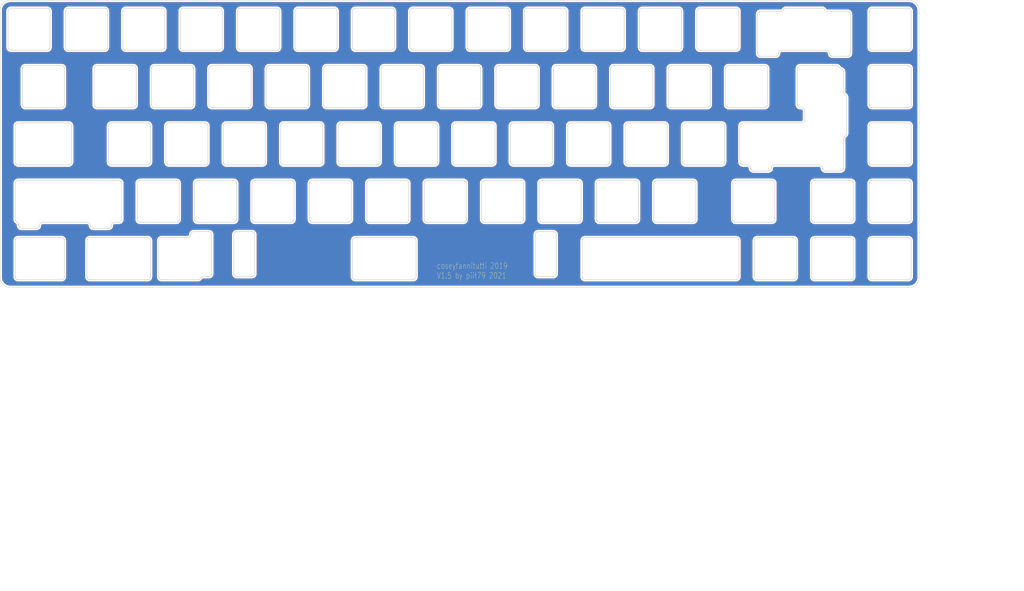
<source format=kicad_pcb>
(kicad_pcb (version 20171130) (host pcbnew 5.1.10-88a1d61d58~90~ubuntu21.04.1)
  (layers (0 F.Cu signal) (31 B.Cu signal) (34 B.Paste user) (35 F.Paste user) (36 B.SilkS user) (37 F.SilkS user) (38 B.Mask user) (39 F.Mask user) (44 Edge.Cuts user))
  (net 0 "")
  (module logos:DISCIPLINE_SMALL_MASK (layer F.Cu) (at 211.326856 167.72361)
    (fp_text reference G*** hide)
    (fp_text value LOGO hide)
  )
  (module logos:DISCIPLINE_SMALL_COPPER (layer F.Cu) (at 211.326856 167.72361)
    (fp_text reference G*** hide)
    (fp_text value LOGO hide)
    (fp_line (start -11.13 3.52) (end 11.17 3.52) (layer F.Cu) (width 0.4))
    (fp_line (start -11.11 -3.16) (end 11.17 -3.16) (layer F.Cu) (width 0.4))
    (fp_poly (pts (xy 9.581616 -0.978842) (xy 9.717315 -0.976285) (xy 9.807623 -0.970596) (xy 9.862489 -0.960603) (xy 9.891863 -0.94514) (xy 9.905695 -0.923036) (xy 9.907152 -0.918738) (xy 9.913565 -0.839691) (xy 9.905859 -0.804471) (xy 9.888554 -0.781744) (xy 9.850086 -0.766375) (xy 9.779706 -0.757013) (xy 9.666666 -0.752308) (xy 9.500218 -0.75091) (xy 9.479472 -0.7509) (xy 9.073642 -0.7509) (xy 9.083029 -0.448907) (xy 9.092416 -0.146915) (xy 9.44338 -0.137649) (xy 9.794344 -0.128382) (xy 9.794344 0.065296) (xy 9.076092 0.065296) (xy 9.076092 0.781597) (xy 9.908612 0.799871) (xy 9.908612 0.995758) (xy 9.40173 1.004712) (xy 9.186275 1.006737) (xy 9.029645 1.003849) (xy 8.925529 0.99569) (xy 8.867616 0.981901) (xy 8.854879 0.973697) (xy 8.842512 0.929372) (xy 8.832239 0.830095) (xy 8.824066 0.686174) (xy 8.817996 0.507914) (xy 8.814034 0.305624) (xy 8.812183 0.089608) (xy 8.812449 -0.129824) (xy 8.814835 -0.342368) (xy 8.819346 -0.537715) (xy 8.825986 -0.705559) (xy 8.834758 -0.835594) (xy 8.845669 -0.917511) (xy 8.854087 -0.940257) (xy 8.900342 -0.957645) (xy 9.001236 -0.969801) (xy 9.160226 -0.976979) (xy 9.380768 -0.979431) (xy 9.390576 -0.979434) (xy 9.581616 -0.978842)) (layer F.Cu) (width 0.01))
    (fp_poly (pts (xy 7.566613 0.006058) (xy 7.557969 0.995758) (xy 7.443702 1.005373) (xy 7.350145 1.000356) (xy 7.278021 0.975128) (xy 7.274703 0.972726) (xy 7.245041 0.933922) (xy 7.188741 0.845573) (xy 7.110404 0.715468) (xy 7.014636 0.551398) (xy 6.906039 0.361152) (xy 6.789218 0.152522) (xy 6.7774 0.131199) (xy 6.334829 -0.668064) (xy 6.32609 0.163847) (xy 6.317352 0.995758) (xy 6.210765 1.006025) (xy 6.104178 1.016291) (xy 6.112821 0.02659) (xy 6.121465 -0.963111) (xy 6.272883 -0.972912) (xy 6.373673 -0.973471) (xy 6.43605 -0.952931) (xy 6.485094 -0.903638) (xy 6.517243 -0.853649) (xy 6.575379 -0.755062) (xy 6.65447 -0.61674) (xy 6.749488 -0.447544) (xy 6.855403 -0.256338) (xy 6.937661 -0.106211) (xy 7.329434 0.612141) (xy 7.362082 -0.963111) (xy 7.468669 -0.973377) (xy 7.575257 -0.983643) (xy 7.566613 0.006058)) (layer F.Cu) (width 0.01))
    (fp_poly (pts (xy 4.725771 -0.973243) (xy 4.8482 -0.963111) (xy 4.8482 0.995758) (xy 4.603342 1.016024) (xy 4.603342 -0.983376) (xy 4.725771 -0.973243)) (layer F.Cu) (width 0.01))
    (fp_poly (pts (xy 2.701607 -0.973243) (xy 2.824036 -0.963111) (xy 2.841422 0.781419) (xy 3.574936 0.799871) (xy 3.574936 0.995758) (xy 3.099658 1.004757) (xy 2.929652 1.006472) (xy 2.783352 1.005105) (xy 2.672944 1.000989) (xy 2.610614 0.994458) (xy 2.601779 0.991154) (xy 2.596094 0.953995) (xy 2.590932 0.859784) (xy 2.586482 0.716764) (xy 2.582929 0.533177) (xy 2.58046 0.317268) (xy 2.579262 0.077278) (xy 2.579177 -0.007412) (xy 2.579177 -0.983376) (xy 2.701607 -0.973243)) (layer F.Cu) (width 0.01))
    (fp_poly (pts (xy 0.696194 -0.973499) (xy 0.866337 -0.965195) (xy 0.986884 -0.953685) (xy 1.073537 -0.936089) (xy 1.141995 -0.909526) (xy 1.189147 -0.883035) (xy 1.315736 -0.783024) (xy 1.393747 -0.662765) (xy 1.43052 -0.507639) (xy 1.435845 -0.391774) (xy 1.412135 -0.180233) (xy 1.34099 -0.011816) (xy 1.221016 0.114784) (xy 1.050816 0.20087) (xy 0.828997 0.24775) (xy 0.744919 0.254799) (xy 0.489717 0.269572) (xy 0.489717 1.012082) (xy 0.380891 1.012082) (xy 0.300221 1.006109) (xy 0.251774 0.991602) (xy 0.2503 0.990317) (xy 0.244718 0.953288) (xy 0.239665 0.859376) (xy 0.235333 0.716993) (xy 0.231912 0.53455) (xy 0.229593 0.320458) (xy 0.228568 0.08313) (xy 0.228535 0.031204) (xy 0.228972 -0.246801) (xy 0.230516 -0.466489) (xy 0.233518 -0.634831) (xy 0.23802 -0.7509) (xy 0.489717 -0.7509) (xy 0.489717 -0.364567) (xy 0.491458 -0.211842) (xy 0.496194 -0.083762) (xy 0.503197 0.005997) (xy 0.511482 0.04353) (xy 0.563482 0.060476) (xy 0.656919 0.064083) (xy 0.769454 0.055013) (xy 0.878745 0.033927) (xy 0.883915 0.032515) (xy 1.022847 -0.031675) (xy 1.114225 -0.136615) (xy 1.162048 -0.287567) (xy 1.168436 -0.341833) (xy 1.174012 -0.448649) (xy 1.16217 -0.518176) (xy 1.123541 -0.57792) (xy 1.068302 -0.635914) (xy 1.003923 -0.696254) (xy 0.947648 -0.730673) (xy 0.877614 -0.74642) (xy 0.77196 -0.750744) (xy 0.721517 -0.7509) (xy 0.489717 -0.7509) (xy 0.23802 -0.7509) (xy 0.238327 -0.758802) (xy 0.245293 -0.845374) (xy 0.254767 -0.90152) (xy 0.267099 -0.934214) (xy 0.277634 -0.946892) (xy 0.325762 -0.96596) (xy 0.417989 -0.97594) (xy 0.562015 -0.977323) (xy 0.696194 -0.973499)) (layer F.Cu) (width 0.01))
    (fp_poly (pts (xy -1.012082 1.012082) (xy -1.127374 1.012082) (xy -1.208261 1.001531) (xy -1.255869 0.975653) (xy -1.258479 0.970875) (xy -1.262235 0.928741) (xy -1.26508 0.829912) (xy -1.266951 0.682984) (xy -1.267787 0.496551) (xy -1.267525 0.279208) (xy -1.266104 0.039551) (xy -1.265616 -0.016721) (xy -1.256941 -0.963111) (xy -1.134512 -0.973243) (xy -1.012082 -0.983376) (xy -1.012082 1.012082)) (layer F.Cu) (width 0.01))
    (fp_poly (pts (xy -7.035604 0.995758) (xy -7.141934 1.006006) (xy -7.227934 1.000945) (xy -7.264877 0.97296) (xy -7.268838 0.930275) (xy -7.271869 0.83092) (xy -7.273899 0.683514) (xy -7.27486 0.496677) (xy -7.274683 0.279028) (xy -7.273297 0.039188) (xy -7.272814 -0.016721) (xy -7.264139 -0.963111) (xy -7.035604 -0.963111) (xy -7.035604 0.995758)) (layer F.Cu) (width 0.01))
    (fp_poly (pts (xy -9.322664 -0.970679) (xy -9.109555 -0.946576) (xy -8.932961 -0.897753) (xy -8.780029 -0.821753) (xy -8.772876 -0.81726) (xy -8.621263 -0.683675) (xy -8.507411 -0.50406) (xy -8.434476 -0.287757) (xy -8.405616 -0.044109) (xy -8.423725 0.215892) (xy -8.486044 0.463957) (xy -8.587508 0.662261) (xy -8.731456 0.815649) (xy -8.912854 0.925204) (xy -9.00403 0.954005) (xy -9.132097 0.97803) (xy -9.283239 0.996591) (xy -9.443637 1.009002) (xy -9.599474 1.014575) (xy -9.736933 1.012624) (xy -9.842197 1.002461) (xy -9.901447 0.9834) (xy -9.908674 0.974721) (xy -9.912809 0.93157) (xy -9.915997 0.83177) (xy -9.918161 0.683961) (xy -9.919228 0.496782) (xy -9.919121 0.278876) (xy -9.917767 0.038882) (xy -9.917287 -0.016721) (xy -9.910558 -0.7509) (xy -9.663753 -0.7509) (xy -9.663753 0.783548) (xy -9.409489 0.783548) (xy -9.252281 0.778136) (xy -9.134821 0.758853) (xy -9.032229 0.721131) (xy -9.009553 0.71009) (xy -8.871663 0.612381) (xy -8.774593 0.475727) (xy -8.714968 0.293654) (xy -8.691304 0.100125) (xy -8.692485 -0.131293) (xy -8.727721 -0.317332) (xy -8.800121 -0.47011) (xy -8.856584 -0.543981) (xy -8.963265 -0.644387) (xy -9.082484 -0.708175) (xy -9.231187 -0.741592) (xy -9.417846 -0.7509) (xy -9.663753 -0.7509) (xy -9.910558 -0.7509) (xy -9.908612 -0.963111) (xy -9.58514 -0.972517) (xy -9.322664 -0.970679)) (layer F.Cu) (width 0.01))
    (fp_poly (pts (xy -2.75907 -0.998251) (xy -2.546212 -0.944091) (xy -2.487494 -0.917332) (xy -2.382969 -0.849866) (xy -2.3307 -0.773594) (xy -2.317995 -0.684861) (xy -2.332967 -0.621517) (xy -2.380727 -0.607698) (xy -2.465535 -0.643179) (xy -2.515691 -0.674352) (xy -2.653866 -0.743052) (xy -2.814515 -0.773407) (xy -2.83515 -0.774866) (xy -3.024394 -0.762024) (xy -3.177873 -0.695663) (xy -3.301069 -0.572645) (xy -3.360807 -0.474099) (xy -3.399391 -0.391795) (xy -3.423966 -0.313904) (xy -3.437579 -0.22194) (xy -3.443275 -0.097417) (xy -3.444182 0.031942) (xy -3.442139 0.196048) (xy -3.434383 0.312486) (xy -3.418199 0.398811) (xy -3.390871 0.472583) (xy -3.369408 0.515484) (xy -3.258923 0.659099) (xy -3.112656 0.756152) (xy -2.942851 0.804317) (xy -2.761753 0.801269) (xy -2.581607 0.744681) (xy -2.479638 0.684467) (xy -2.40802 0.640452) (xy -2.356076 0.620424) (xy -2.353765 0.620309) (xy -2.322967 0.646076) (xy -2.31754 0.708876) (xy -2.334435 0.786956) (xy -2.3706 0.858566) (xy -2.390334 0.881046) (xy -2.511009 0.957044) (xy -2.674206 1.009749) (xy -2.860251 1.035749) (xy -3.049474 1.031637) (xy -3.155144 1.013586) (xy -3.342655 0.93697) (xy -3.498585 0.80768) (xy -3.619612 0.631907) (xy -3.702417 0.41584) (xy -3.743678 0.165668) (xy -3.742697 -0.08162) (xy -3.701092 -0.334122) (xy -3.619979 -0.556142) (xy -3.504215 -0.737132) (xy -3.391372 -0.844231) (xy -3.199511 -0.946877) (xy -2.98279 -0.998698) (xy -2.75907 -0.998251)) (layer F.Cu) (width 0.01))
    (fp_poly (pts (xy -5.108836 -0.98406) (xy -4.985765 -0.949914) (xy -4.893276 -0.905656) (xy -4.85105 -0.860819) (xy -4.833184 -0.776447) (xy -4.839967 -0.702615) (xy -4.859696 -0.672265) (xy -4.903355 -0.675294) (xy -4.98004 -0.70331) (xy -5.013514 -0.719309) (xy -5.171443 -0.775959) (xy -5.320527 -0.786646) (xy -5.449859 -0.755236) (xy -5.548533 -0.685593) (xy -5.605642 -0.581581) (xy -5.615424 -0.506041) (xy -5.592035 -0.393213) (xy -5.518163 -0.294052) (xy -5.388252 -0.202751) (xy -5.268836 -0.143856) (xy -5.041622 -0.027912) (xy -4.878304 0.09056) (xy -4.794936 0.185639) (xy -4.752737 0.293622) (xy -4.735031 0.434557) (xy -4.74251 0.58059) (xy -4.775867 0.703868) (xy -4.781732 0.715984) (xy -4.891106 0.859559) (xy -5.044699 0.96418) (xy -5.231712 1.026055) (xy -5.441345 1.041393) (xy -5.631748 1.01441) (xy -5.748337 0.975885) (xy -5.850485 0.924383) (xy -5.914283 0.872141) (xy -5.916917 0.868442) (xy -5.938226 0.802963) (xy -5.937604 0.726847) (xy -5.916 0.674149) (xy -5.911406 0.67061) (xy -5.866741 0.673325) (xy -5.788343 0.701725) (xy -5.744648 0.722785) (xy -5.570477 0.789877) (xy -5.402828 0.811846) (xy -5.251685 0.791976) (xy -5.127031 0.733551) (xy -5.038849 0.639854) (xy -4.997123 0.514168) (xy -4.995116 0.47626) (xy -5.016603 0.38705) (xy -5.084587 0.29788) (xy -5.204351 0.203834) (xy -5.381178 0.099996) (xy -5.423139 0.077991) (xy -5.607077 -0.025783) (xy -5.73618 -0.122753) (xy -5.818655 -0.223115) (xy -5.862711 -0.337066) (xy -5.876557 -0.474801) (xy -5.876607 -0.48528) (xy -5.850933 -0.672411) (xy -5.774278 -0.818874) (xy -5.647195 -0.924103) (xy -5.470236 -0.987529) (xy -5.373978 -1.002333) (xy -5.244302 -1.003174) (xy -5.108836 -0.98406)) (layer F.Cu) (width 0.01))
    (fp_arc (start 11.16 0.18) (end 11.16 3.52) (angle -180) (layer F.Cu) (width 0.4))
    (fp_arc (start -11.14 0.18) (end -11.14 -3.16) (angle -180) (layer F.Cu) (width 0.4))
  )
  (gr_arc (start 297.9293 164.9984) (end 298.9293 164.9984) (angle -90) (layer Edge.Cuts) (width 0.2))
  (gr_arc (start 297.9293 176.9984) (end 297.9293 177.9984) (angle -90) (layer Edge.Cuts) (width 0.2))
  (gr_line (start 298.9293 164.9984) (end 298.9293 176.9984) (layer Edge.Cuts) (width 0.2))
  (gr_line (start 246.8293 164.9984) (end 246.8293 176.9984) (layer Edge.Cuts) (width 0.2))
  (gr_arc (start 247.8293 176.9984) (end 246.8293 176.9984) (angle -90) (layer Edge.Cuts) (width 0.2))
  (gr_line (start 247.8293 163.9984) (end 297.9293 163.9984) (layer Edge.Cuts) (width 0.2))
  (gr_line (start 247.8293 177.9984) (end 297.9293 177.9984) (layer Edge.Cuts) (width 0.2))
  (gr_arc (start 119.3343 176.9984) (end 119.3343 177.9984) (angle -60) (layer Edge.Cuts) (width 0.2))
  (gr_line (start 123.97805 175.9984) (end 123.97805 162.9984) (layer Edge.Cuts) (width 0.2))
  (gr_arc (start 122.97805 175.9984) (end 122.97805 176.9984) (angle -90) (layer Edge.Cuts) (width 0.2))
  (gr_arc (start 107.3343 176.9984) (end 106.3343 176.9984) (angle -90) (layer Edge.Cuts) (width 0.2))
  (gr_arc (start 117.97805 162.9984) (end 117.97805 161.9984) (angle -90) (layer Edge.Cuts) (width 0.2))
  (gr_arc (start 102.66555 176.9984) (end 102.66555 177.9984) (angle -90) (layer Edge.Cuts) (width 0.2))
  (gr_arc (start 102.66555 164.9984) (end 103.66555 164.9984) (angle -90) (layer Edge.Cuts) (width 0.2))
  (gr_line (start 103.66555 164.9984) (end 103.66555 176.9984) (layer Edge.Cuts) (width 0.2))
  (gr_arc (start 83.5218 164.9984) (end 83.5218 163.9984) (angle -90) (layer Edge.Cuts) (width 0.2))
  (gr_arc (start 83.5218 176.9984) (end 82.5218 176.9984) (angle -90) (layer Edge.Cuts) (width 0.2))
  (gr_arc (start 122.97805 162.9984) (end 123.97805 162.9984) (angle -90) (layer Edge.Cuts) (width 0.2))
  (gr_line (start 106.3343 164.9984) (end 106.3343 176.9984) (layer Edge.Cuts) (width 0.2))
  (gr_line (start 107.3343 177.9984) (end 119.3343 177.9984) (layer Edge.Cuts) (width 0.2))
  (gr_line (start 83.5218 177.9984) (end 102.66555 177.9984) (layer Edge.Cuts) (width 0.2))
  (gr_line (start 83.5218 163.9984) (end 102.66555 163.9984) (layer Edge.Cuts) (width 0.2))
  (gr_line (start 107.3343 163.9984) (end 115.97805 163.9984) (layer Edge.Cuts) (width 0.2))
  (gr_line (start 116.978049 162.9984) (end 116.978049 162.9984) (layer Edge.Cuts) (width 0.2))
  (gr_arc (start 115.97805 162.9984) (end 115.97805 163.9984) (angle -90) (layer Edge.Cuts) (width 0.2))
  (gr_arc (start 107.3343 164.9984) (end 107.3343 163.9984) (angle -90) (layer Edge.Cuts) (width 0.2))
  (gr_line (start 122.97805 161.9984) (end 117.97805 161.9984) (layer Edge.Cuts) (width 0.2))
  (gr_arc (start 121.06635 177.9984) (end 121.06635 176.9984) (angle -60) (layer Edge.Cuts) (width 0.2))
  (gr_line (start 122.97805 176.9984) (end 121.06635 176.9984) (layer Edge.Cuts) (width 0.2))
  (gr_arc (start 74.09055 176.9984) (end 74.09055 177.9984) (angle -90) (layer Edge.Cuts) (width 0.2))
  (gr_line (start 75.09055 164.9984) (end 75.09055 176.9984) (layer Edge.Cuts) (width 0.2))
  (gr_line (start 58.7093 164.9984) (end 58.7093 176.9984) (layer Edge.Cuts) (width 0.2))
  (gr_line (start 82.5218 164.9984) (end 82.5218 176.9984) (layer Edge.Cuts) (width 0.2))
  (gr_line (start 59.7093 163.9984) (end 74.09055 163.9984) (layer Edge.Cuts) (width 0.2))
  (gr_line (start 59.7093 177.9984) (end 74.09055 177.9984) (layer Edge.Cuts) (width 0.2))
  (gr_arc (start 74.09055 164.9984) (end 75.09055 164.9984) (angle -90) (layer Edge.Cuts) (width 0.2))
  (gr_arc (start 59.7093 176.9984) (end 58.7093 176.9984) (angle -90) (layer Edge.Cuts) (width 0.2))
  (gr_arc (start 59.7093 164.9984) (end 59.7093 163.9984) (angle -90) (layer Edge.Cuts) (width 0.2))
  (gr_line (start 191.7693 164.9984) (end 191.7693 176.9984) (layer Edge.Cuts) (width 0.2))
  (gr_arc (start 171.6293 164.9984) (end 171.6293 163.9984) (angle -90) (layer Edge.Cuts) (width 0.2))
  (gr_line (start 190.7693 177.9984) (end 171.6293 177.9984) (layer Edge.Cuts) (width 0.2))
  (gr_arc (start 190.7693 176.9984) (end 190.7693 177.9984) (angle -90) (layer Edge.Cuts) (width 0.2))
  (gr_arc (start 171.6293 176.9984) (end 170.6293 176.9984) (angle -90) (layer Edge.Cuts) (width 0.2))
  (gr_line (start 171.6293 163.9984) (end 190.7693 163.9984) (layer Edge.Cuts) (width 0.2))
  (gr_arc (start 190.7693 164.9984) (end 191.7693 164.9984) (angle -90) (layer Edge.Cuts) (width 0.2))
  (gr_line (start 170.6293 176.9984) (end 170.6293 164.9984) (layer Edge.Cuts) (width 0.2))
  (gr_arc (start 247.8293 164.9984) (end 247.8293 163.9984) (angle -90) (layer Edge.Cuts) (width 0.2))
  (gr_arc (start 300.2168 126.8984) (end 300.2168 125.8984) (angle -90) (layer Edge.Cuts) (width 0.2))
  (gr_line (start 331.2668 106.8484) (end 319.266799 106.8484) (layer Edge.Cuts) (width 0.2))
  (gr_line (start 320.64805 124.8984) (end 320.64805 121.8484) (layer Edge.Cuts) (width 0.2))
  (gr_arc (start 319.64805 124.8984) (end 319.64805 125.8984) (angle -90) (layer Edge.Cuts) (width 0.2))
  (gr_arc (start 319.64805 121.8484) (end 320.64805 121.8484) (angle -90) (layer Edge.Cuts) (width 0.2))
  (gr_arc (start 319.266799 119.8484) (end 318.266799 119.8484) (angle -90) (layer Edge.Cuts) (width 0.2))
  (gr_line (start 299.2168 126.8984) (end 299.2168 138.8984) (layer Edge.Cuts) (width 0.2))
  (gr_line (start 319.266799 120.8484) (end 319.64805 120.8484) (layer Edge.Cuts) (width 0.2))
  (gr_line (start 334.64805 129.3734) (end 334.64805 117.3734) (layer Edge.Cuts) (width 0.2))
  (gr_arc (start 333.068475 106.980088) (end 332.858263 107.957744) (angle 52.1336322) (layer Edge.Cuts) (width 0.2))
  (gr_arc (start 334.64805 131.10545) (end 333.64805 131.10545) (angle 60) (layer Edge.Cuts) (width 0.2))
  (gr_line (start 300.2168 139.8984) (end 301.68505 139.8984) (layer Edge.Cuts) (width 0.2))
  (gr_line (start 300.2168 125.8984) (end 319.64805 125.8984) (layer Edge.Cuts) (width 0.2))
  (gr_line (start 333.64805 140.8984) (end 333.64805 131.10545) (layer Edge.Cuts) (width 0.2))
  (gr_arc (start 327.566004 140.897089) (end 326.566003 140.897089) (angle -90) (layer Edge.Cuts) (width 0.2))
  (gr_arc (start 333.64805 129.3734) (end 334.14805 130.239425) (angle -60) (layer Edge.Cuts) (width 0.2))
  (gr_arc (start 303.68505 140.8984) (end 302.68505 140.8984) (angle -90.28346776) (layer Edge.Cuts) (width 0.2))
  (gr_arc (start 332.64805 140.8984) (end 332.64805 141.8984) (angle -90) (layer Edge.Cuts) (width 0.2))
  (gr_line (start 303.689991 141.897089) (end 308.689994 141.897089) (layer Edge.Cuts) (width 0.2))
  (gr_arc (start 308.689994 140.897089) (end 308.689994 141.897089) (angle -90) (layer Edge.Cuts) (width 0.2))
  (gr_arc (start 300.2168 138.8984) (end 299.2168 138.8984) (angle -90) (layer Edge.Cuts) (width 0.2))
  (gr_arc (start 332.64805 108.9354) (end 333.64805 108.9354) (angle -77.86517228) (layer Edge.Cuts) (width 0.2))
  (gr_line (start 318.266799 107.8484) (end 318.266799 119.8484) (layer Edge.Cuts) (width 0.2))
  (gr_arc (start 325.566003 140.897089) (end 325.566003 139.897089) (angle 90) (layer Edge.Cuts) (width 0.2))
  (gr_arc (start 333.64805 117.3734) (end 334.64805 117.3734) (angle -60) (layer Edge.Cuts) (width 0.2))
  (gr_arc (start 310.689995 140.897089) (end 309.689994 140.897089) (angle 90) (layer Edge.Cuts) (width 0.2))
  (gr_arc (start 301.68505 140.8984) (end 301.68505 139.8984) (angle 90) (layer Edge.Cuts) (width 0.2))
  (gr_line (start 310.689995 139.897088) (end 325.566003 139.897089) (layer Edge.Cuts) (width 0.2))
  (gr_arc (start 334.64805 115.641349) (end 334.14805 116.507375) (angle 60.00001708) (layer Edge.Cuts) (width 0.2))
  (gr_line (start 327.566004 141.89709) (end 332.64805 141.8984) (layer Edge.Cuts) (width 0.2))
  (gr_arc (start 331.2668 107.8484) (end 332.167637 107.414244) (angle -64.2683815) (layer Edge.Cuts) (width 0.2))
  (gr_arc (start 319.266799 107.8484) (end 319.266799 106.8484) (angle -90) (layer Edge.Cuts) (width 0.2))
  (gr_line (start 302.68505 140.8984) (end 302.68505 140.8984) (layer Edge.Cuts) (width 0.2))
  (gr_line (start 333.64805 115.641349) (end 333.64805 108.9354) (layer Edge.Cuts) (width 0.2))
  (gr_arc (start 82.67355 159.9484) (end 83.67355 159.9484) (angle -90) (layer Edge.Cuts) (width 0.2))
  (gr_line (start 59.797549 159.9484) (end 59.797549 159.727846) (layer Edge.Cuts) (width 0.2))
  (gr_arc (start 67.79755 159.9484) (end 67.79755 158.9484) (angle -90) (layer Edge.Cuts) (width 0.2))
  (gr_line (start 59.71055 144.9484) (end 93.1418 144.9484) (layer Edge.Cuts) (width 0.2))
  (gr_arc (start 84.67355 159.9484) (end 83.67355 159.9484) (angle -90) (layer Edge.Cuts) (width 0.2))
  (gr_arc (start 93.1418 157.9484) (end 93.1418 158.9484) (angle -90) (layer Edge.Cuts) (width 0.2))
  (gr_line (start 60.797549 160.948399) (end 65.79755 160.948399) (layer Edge.Cuts) (width 0.2))
  (gr_arc (start 65.79755 159.9484) (end 65.79755 160.9484) (angle -90) (layer Edge.Cuts) (width 0.2))
  (gr_line (start 58.71055 145.948399) (end 58.71055 157.9484) (layer Edge.Cuts) (width 0.2))
  (gr_line (start 83.67355 159.9484) (end 83.67355 159.9484) (layer Edge.Cuts) (width 0.2))
  (gr_arc (start 58.79755 159.727846) (end 59.79755 159.727846) (angle -62.83851153) (layer Edge.Cuts) (width 0.2))
  (gr_line (start 94.1418 145.948399) (end 94.1418 157.9484) (layer Edge.Cuts) (width 0.2))
  (gr_line (start 66.79755 159.9484) (end 66.79755 159.9484) (layer Edge.Cuts) (width 0.2))
  (gr_arc (start 59.71055 145.948399) (end 59.71055 144.948399) (angle -90) (layer Edge.Cuts) (width 0.2))
  (gr_arc (start 89.67355 159.9484) (end 89.67355 160.9484) (angle -90) (layer Edge.Cuts) (width 0.2))
  (gr_arc (start 91.67355 159.9484) (end 91.67355 158.9484) (angle -90) (layer Edge.Cuts) (width 0.2))
  (gr_line (start 67.79755 158.948399) (end 82.67355 158.948399) (layer Edge.Cuts) (width 0.2))
  (gr_arc (start 93.1418 145.948399) (end 94.1418 145.948399) (angle -90) (layer Edge.Cuts) (width 0.2))
  (gr_line (start 90.67355 159.9484) (end 90.67355 159.9484) (layer Edge.Cuts) (width 0.2))
  (gr_line (start 84.67355 160.948399) (end 89.67355 160.948399) (layer Edge.Cuts) (width 0.2))
  (gr_line (start 91.67355 158.948399) (end 93.1418 158.948399) (layer Edge.Cuts) (width 0.2))
  (gr_arc (start 60.797549 159.9484) (end 59.797549 159.9484) (angle -90) (layer Edge.Cuts) (width 0.2))
  (gr_arc (start 59.71055 157.9484) (end 58.71055 157.9484) (angle -62.83851153) (layer Edge.Cuts) (width 0.2))
  (gr_arc (start 355.0793 119.8484) (end 355.0793 120.8484) (angle -90) (layer Edge.Cuts) (width 0.2))
  (gr_arc (start 355.0793 100.7984) (end 355.0793 101.7984) (angle -90) (layer Edge.Cuts) (width 0.2))
  (gr_arc (start 159.8168 138.8984) (end 159.8168 139.8984) (angle -90) (layer Edge.Cuts) (width 0.2))
  (gr_arc (start 155.0543 107.8484) (end 156.0543 107.8484) (angle -90) (layer Edge.Cuts) (width 0.2))
  (gr_arc (start 137.27305 162.9984) (end 138.27305 162.9984) (angle -90) (layer Edge.Cuts) (width 0.2))
  (gr_arc (start 285.9293 88.7984) (end 285.9293 87.7984) (angle -90) (layer Edge.Cuts) (width 0.2))
  (gr_line (start 132.27305 161.9984) (end 137.27305 161.9984) (layer Edge.Cuts) (width 0.2))
  (gr_line (start 75.3793 100.7984) (end 75.3793 88.7984) (layer Edge.Cuts) (width 0.2))
  (gr_line (start 307.4543 120.8484) (end 295.4543 120.8484) (layer Edge.Cuts) (width 0.2))
  (gr_line (start 131.27305 175.9984) (end 131.27305 162.9984) (layer Edge.Cuts) (width 0.2))
  (gr_line (start 138.27305 162.9984) (end 138.27305 175.9984) (layer Edge.Cuts) (width 0.2))
  (gr_arc (start 100.1918 157.9484) (end 99.1918 157.9484) (angle -90) (layer Edge.Cuts) (width 0.2))
  (gr_line (start 112.1918 158.9484) (end 100.1918 158.9484) (layer Edge.Cuts) (width 0.2))
  (gr_line (start 221.7293 101.7984) (end 209.7293 101.7984) (layer Edge.Cuts) (width 0.2))
  (gr_arc (start 132.27305 162.9984) (end 132.27305 161.9984) (angle -90) (layer Edge.Cuts) (width 0.2))
  (gr_line (start 146.5293 88.7984) (end 146.5293 100.7984) (layer Edge.Cuts) (width 0.2))
  (gr_arc (start 231.2543 107.8484) (end 232.2543 107.8484) (angle -90) (layer Edge.Cuts) (width 0.2))
  (gr_arc (start 133.5293 88.7984) (end 133.5293 87.7984) (angle -90) (layer Edge.Cuts) (width 0.2))
  (gr_line (start 89.3793 88.7984) (end 89.3793 100.7984) (layer Edge.Cuts) (width 0.2))
  (gr_line (start 128.7668 125.8984) (end 140.7668 125.8984) (layer Edge.Cuts) (width 0.2))
  (gr_line (start 143.0543 106.8484) (end 155.0543 106.8484) (layer Edge.Cuts) (width 0.2))
  (gr_line (start 62.0918 106.8484) (end 74.0918 106.8484) (layer Edge.Cuts) (width 0.2))
  (gr_arc (start 140.7668 126.8984) (end 141.7668 126.8984) (angle -90) (layer Edge.Cuts) (width 0.2))
  (gr_line (start 356.0793 145.9484) (end 356.0793 157.9484) (layer Edge.Cuts) (width 0.2))
  (gr_arc (start 128.7668 126.8984) (end 128.7668 125.8984) (angle -90) (layer Edge.Cuts) (width 0.2))
  (gr_line (start 232.2543 107.8484) (end 232.2543 119.8484) (layer Edge.Cuts) (width 0.2))
  (gr_line (start 245.5418 158.9484) (end 233.5418 158.9484) (layer Edge.Cuts) (width 0.2))
  (gr_line (start 355.0793 139.8984) (end 343.0793 139.8984) (layer Edge.Cuts) (width 0.2))
  (gr_line (start 236.0168 139.8984) (end 224.0168 139.8984) (layer Edge.Cuts) (width 0.2))
  (gr_line (start 356.0793 88.7984) (end 356.0793 100.7984) (layer Edge.Cuts) (width 0.2))
  (gr_arc (start 138.2918 145.9484) (end 138.2918 144.9484) (angle -90) (layer Edge.Cuts) (width 0.2))
  (gr_line (start 255.0668 139.8984) (end 243.0668 139.8984) (layer Edge.Cuts) (width 0.2))
  (gr_arc (start 343.0793 100.7984) (end 342.0793 100.7984) (angle -90) (layer Edge.Cuts) (width 0.2))
  (gr_line (start 137.27305 176.9984) (end 132.27305 176.9984) (layer Edge.Cuts) (width 0.2))
  (gr_line (start 137.2918 157.9484) (end 137.2918 145.9484) (layer Edge.Cuts) (width 0.2))
  (gr_line (start 256.0668 126.8984) (end 256.0668 138.8984) (layer Edge.Cuts) (width 0.2))
  (gr_line (start 337.0293 145.9484) (end 337.0293 157.9484) (layer Edge.Cuts) (width 0.2))
  (gr_arc (start 119.2418 157.9484) (end 118.2418 157.9484) (angle -90) (layer Edge.Cuts) (width 0.2))
  (gr_arc (start 57.3293 88.7984) (end 57.3293 87.7984) (angle -90) (layer Edge.Cuts) (width 0.2))
  (gr_arc (start 334.9423 102.7984) (end 334.9423 103.7984) (angle -90) (layer Edge.Cuts) (width 0.2))
  (gr_line (start 342.0793 138.8984) (end 342.0793 126.8984) (layer Edge.Cuts) (width 0.2))
  (gr_line (start 231.2793 175.9984) (end 231.2793 162.9984) (layer Edge.Cuts) (width 0.2))
  (gr_line (start 150.291799 158.9484) (end 138.2918 158.9484) (layer Edge.Cuts) (width 0.2))
  (gr_line (start 197.9168 139.8984) (end 185.9168 139.8984) (layer Edge.Cuts) (width 0.2))
  (gr_line (start 203.9668 138.8984) (end 203.9668 126.8984) (layer Edge.Cuts) (width 0.2))
  (gr_arc (start 138.2918 157.9484) (end 137.2918 157.9484) (angle -90) (layer Edge.Cuts) (width 0.2))
  (gr_arc (start 124.0043 119.8484) (end 123.0043 119.8484) (angle -90) (layer Edge.Cuts) (width 0.2))
  (gr_line (start 76.3793 87.7984) (end 88.3793 87.7984) (layer Edge.Cuts) (width 0.2))
  (gr_arc (start 104.9543 119.8484) (end 103.9543 119.8484) (angle -90) (layer Edge.Cuts) (width 0.2))
  (gr_arc (start 285.9293 100.7984) (end 284.9293 100.7984) (angle -90) (layer Edge.Cuts) (width 0.2))
  (gr_arc (start 243.0668 138.8984) (end 242.0668 138.8984) (angle -90) (layer Edge.Cuts) (width 0.2))
  (gr_arc (start 343.0793 157.9484) (end 342.0793 157.9484) (angle -90) (layer Edge.Cuts) (width 0.2))
  (gr_arc (start 309.83555 145.9484) (end 310.83555 145.9484) (angle -90) (layer Edge.Cuts) (width 0.2))
  (gr_line (start 117.9543 107.8484) (end 117.9543 119.8484) (layer Edge.Cuts) (width 0.2))
  (gr_arc (start 176.3918 145.9484) (end 176.3918 144.9484) (angle -90) (layer Edge.Cuts) (width 0.2))
  (gr_line (start 342.0793 100.7984) (end 342.0793 88.7984) (layer Edge.Cuts) (width 0.2))
  (gr_line (start 114.479299 87.7984) (end 126.4793 87.7984) (layer Edge.Cuts) (width 0.2))
  (gr_arc (start 343.0793 88.7984) (end 343.0793 87.7984) (angle -90) (layer Edge.Cuts) (width 0.2))
  (gr_arc (start 76.3793 88.7984) (end 76.3793 87.7984) (angle -90) (layer Edge.Cuts) (width 0.2))
  (gr_arc (start 238.3043 119.8484) (end 237.3043 119.8484) (angle -90) (layer Edge.Cuts) (width 0.2))
  (gr_arc (start 126.4793 88.7984) (end 127.4793 88.7984) (angle -90) (layer Edge.Cuts) (width 0.2))
  (gr_line (start 243.0668 125.8984) (end 255.0668 125.8984) (layer Edge.Cuts) (width 0.2))
  (gr_line (start 133.5293 87.7984) (end 145.5293 87.7984) (layer Edge.Cuts) (width 0.2))
  (gr_line (start 175.3918 157.9484) (end 175.3918 145.9484) (layer Edge.Cuts) (width 0.2))
  (gr_line (start 132.2418 145.9484) (end 132.2418 157.9484) (layer Edge.Cuts) (width 0.2))
  (gr_line (start 311.0663 103.7984) (end 306.0663 103.7984) (layer Edge.Cuts) (width 0.2))
  (gr_arc (start 145.5293 88.7984) (end 146.5293 88.7984) (angle -90) (layer Edge.Cuts) (width 0.2))
  (gr_line (start 145.5293 101.7984) (end 133.5293 101.7984) (layer Edge.Cuts) (width 0.2))
  (gr_arc (start 126.4793 100.7984) (end 126.4793 101.7984) (angle -90) (layer Edge.Cuts) (width 0.2))
  (gr_arc (start 326.5043 88.7984) (end 327.370325 88.2984) (angle -60) (layer Edge.Cuts) (width 0.2))
  (gr_arc (start 327.9423 102.7984) (end 328.9423 102.7984) (angle -90) (layer Edge.Cuts) (width 0.2))
  (gr_arc (start 306.0663 89.7984) (end 306.0663 88.7984) (angle -90) (layer Edge.Cuts) (width 0.2))
  (gr_arc (start 355.0793 145.9484) (end 356.0793 145.9484) (angle -90) (layer Edge.Cuts) (width 0.2))
  (gr_line (start 223.0168 138.8984) (end 223.0168 126.8984) (layer Edge.Cuts) (width 0.2))
  (gr_line (start 237.2793 176.9984) (end 232.2793 176.9984) (layer Edge.Cuts) (width 0.2))
  (gr_line (start 216.9668 139.8984) (end 204.9668 139.8984) (layer Edge.Cuts) (width 0.2))
  (gr_line (start 185.9168 125.8984) (end 197.9168 125.8984) (layer Edge.Cuts) (width 0.2))
  (gr_line (start 127.479299 88.7984) (end 127.4793 100.7984) (layer Edge.Cuts) (width 0.2))
  (gr_line (start 126.4793 101.7984) (end 114.479299 101.7984) (layer Edge.Cuts) (width 0.2))
  (gr_line (start 119.2418 144.9484) (end 131.2418 144.9484) (layer Edge.Cuts) (width 0.2))
  (gr_line (start 296.83555 157.9484) (end 296.83555 145.9484) (layer Edge.Cuts) (width 0.2))
  (gr_arc (start 297.83555 145.9484) (end 297.83555 144.9484) (angle -90) (layer Edge.Cuts) (width 0.2))
  (gr_arc (start 343.0793 126.8984) (end 343.0793 125.8984) (angle -90) (layer Edge.Cuts) (width 0.2))
  (gr_line (start 70.329299 88.7984) (end 70.3293 100.7984) (layer Edge.Cuts) (width 0.2))
  (gr_arc (start 281.1668 138.8984) (end 280.1668 138.8984) (angle -90) (layer Edge.Cuts) (width 0.2))
  (gr_arc (start 104.9543 107.8484) (end 104.9543 106.8484) (angle -90) (layer Edge.Cuts) (width 0.2))
  (gr_line (start 219.2543 106.8484) (end 231.2543 106.8484) (layer Edge.Cuts) (width 0.2))
  (gr_arc (start 207.4418 157.9484) (end 207.4418 158.9484) (angle -90) (layer Edge.Cuts) (width 0.2))
  (gr_line (start 76.47305 139.8984) (end 59.71055 139.8984) (layer Edge.Cuts) (width 0.2))
  (gr_arc (start 124.0043 107.8484) (end 124.0043 106.8484) (angle -90) (layer Edge.Cuts) (width 0.2))
  (gr_arc (start 147.8168 138.8984) (end 146.8168 138.8984) (angle -90) (layer Edge.Cuts) (width 0.2))
  (gr_arc (start 257.3543 119.8484) (end 256.3543 119.8484) (angle -90) (layer Edge.Cuts) (width 0.2))
  (gr_arc (start 121.7168 138.8984) (end 121.7168 139.8984) (angle -90) (layer Edge.Cuts) (width 0.2))
  (gr_arc (start 143.0543 107.8484) (end 143.0543 106.8484) (angle -90) (layer Edge.Cuts) (width 0.2))
  (gr_arc (start 159.8168 126.8984) (end 160.8168 126.8984) (angle -90) (layer Edge.Cuts) (width 0.2))
  (gr_arc (start 250.3043 119.8484) (end 250.3043 120.8484) (angle -90) (layer Edge.Cuts) (width 0.2))
  (gr_line (start 274.1168 139.8984) (end 262.1168 139.8984) (layer Edge.Cuts) (width 0.2))
  (gr_line (start 100.1918 144.9484) (end 112.1918 144.9484) (layer Edge.Cuts) (width 0.2))
  (gr_arc (start 85.9043 119.8484) (end 84.9043 119.8484) (angle -90) (layer Edge.Cuts) (width 0.2))
  (gr_arc (start 307.4543 119.8484) (end 307.4543 120.8484) (angle -90) (layer Edge.Cuts) (width 0.2))
  (gr_line (start 214.4918 144.9484) (end 226.4918 144.9484) (layer Edge.Cuts) (width 0.2))
  (gr_line (start 262.1168 125.8984) (end 274.1168 125.8984) (layer Edge.Cuts) (width 0.2))
  (gr_arc (start 74.0918 119.8484) (end 74.0918 120.8484) (angle -90) (layer Edge.Cuts) (width 0.2))
  (gr_arc (start 193.1543 107.8484) (end 194.1543 107.8484) (angle -90) (layer Edge.Cuts) (width 0.2))
  (gr_line (start 108.7168 138.8984) (end 108.7168 126.8984) (layer Edge.Cuts) (width 0.2))
  (gr_line (start 256.3543 119.8484) (end 256.3543 107.8484) (layer Edge.Cuts) (width 0.2))
  (gr_arc (start 228.7793 88.7984) (end 228.7793 87.7984) (angle -90) (layer Edge.Cuts) (width 0.2))
  (gr_arc (start 250.3043 107.8484) (end 251.3043 107.8484) (angle -90) (layer Edge.Cuts) (width 0.2))
  (gr_arc (start 62.0918 107.8484) (end 62.0918 106.8484) (angle -90) (layer Edge.Cuts) (width 0.2))
  (gr_arc (start 109.7168 138.8984) (end 108.7168 138.8984) (angle -90) (layer Edge.Cuts) (width 0.2))
  (gr_arc (start 88.3793 100.7984) (end 88.3793 101.7984) (angle -90) (layer Edge.Cuts) (width 0.2))
  (gr_line (start 151.5793 100.7984) (end 151.5793 88.7984) (layer Edge.Cuts) (width 0.2))
  (gr_line (start 88.3793 101.7984) (end 76.3793 101.7984) (layer Edge.Cuts) (width 0.2))
  (gr_arc (start 190.6793 100.7984) (end 189.6793 100.7984) (angle -90) (layer Edge.Cuts) (width 0.2))
  (gr_line (start 281.1668 125.8984) (end 293.1668 125.8984) (layer Edge.Cuts) (width 0.2))
  (gr_line (start 323.0293 176.9984) (end 323.0293 164.9984) (layer Edge.Cuts) (width 0.2))
  (gr_line (start 260.8293 88.7984) (end 260.8293 100.7984) (layer Edge.Cuts) (width 0.2))
  (gr_line (start 208.4418 145.9484) (end 208.4418 157.9484) (layer Edge.Cuts) (width 0.2))
  (gr_line (start 121.7168 139.8984) (end 109.7168 139.8984) (layer Edge.Cuts) (width 0.2))
  (gr_arc (start 209.7293 100.7984) (end 208.7293 100.7984) (angle -90) (layer Edge.Cuts) (width 0.2))
  (gr_line (start 279.8793 88.7984) (end 279.8793 100.7984) (layer Edge.Cuts) (width 0.2))
  (gr_arc (start 183.629299 88.7984) (end 184.629299 88.7984) (angle -90) (layer Edge.Cuts) (width 0.2))
  (gr_arc (start 269.3543 107.8484) (end 270.3543 107.8484) (angle -90) (layer Edge.Cuts) (width 0.2))
  (gr_line (start 316.9793 177.9984) (end 304.9793 177.9984) (layer Edge.Cuts) (width 0.2))
  (gr_line (start 237.3043 119.8484) (end 237.3043 107.8484) (layer Edge.Cuts) (width 0.2))
  (gr_arc (start 95.4293 100.7984) (end 94.4293 100.7984) (angle -90) (layer Edge.Cuts) (width 0.2))
  (gr_arc (start 297.9293 88.7984) (end 298.9293 88.7984) (angle -90) (layer Edge.Cuts) (width 0.2))
  (gr_line (start 141.7668 126.8984) (end 141.7668 138.8984) (layer Edge.Cuts) (width 0.2))
  (gr_arc (start 231.2543 119.8484) (end 231.2543 120.8484) (angle -90) (layer Edge.Cuts) (width 0.2))
  (gr_arc (start 226.4918 157.9484) (end 226.4918 158.9484) (angle -90) (layer Edge.Cuts) (width 0.2))
  (gr_line (start 232.5418 157.9484) (end 232.5418 145.9484) (layer Edge.Cuts) (width 0.2))
  (gr_arc (start 169.3418 145.9484) (end 170.3418 145.9484) (angle -90) (layer Edge.Cuts) (width 0.2))
  (gr_arc (start 271.6418 145.9484) (end 271.6418 144.9484) (angle -90) (layer Edge.Cuts) (width 0.2))
  (gr_arc (start 76.3793 100.7984) (end 75.3793 100.7984) (angle -90) (layer Edge.Cuts) (width 0.2))
  (gr_line (start 270.6418 157.9484) (end 270.6418 145.9484) (layer Edge.Cuts) (width 0.2))
  (gr_arc (start 188.3918 157.9484) (end 188.3918 158.9484) (angle -90) (layer Edge.Cuts) (width 0.2))
  (gr_line (start 227.4918 145.9484) (end 227.4918 157.9484) (layer Edge.Cuts) (width 0.2))
  (gr_arc (start 132.27305 175.9984) (end 131.27305 175.9984) (angle -90) (layer Edge.Cuts) (width 0.2))
  (gr_arc (start 62.0918 119.8484) (end 61.0918 119.8484) (angle -90) (layer Edge.Cuts) (width 0.2))
  (gr_arc (start 343.0793 107.8484) (end 343.0793 106.8484) (angle -90) (layer Edge.Cuts) (width 0.2))
  (gr_arc (start 136.0043 119.8484) (end 136.0043 120.8484) (angle -90) (layer Edge.Cuts) (width 0.2))
  (gr_arc (start 343.0793 164.9984) (end 343.0793 163.9984) (angle -90) (layer Edge.Cuts) (width 0.2))
  (gr_arc (start 336.0293 164.9984) (end 337.0293 164.9984) (angle -90) (layer Edge.Cuts) (width 0.2))
  (gr_line (start 99.1918 157.9484) (end 99.1918 145.9484) (layer Edge.Cuts) (width 0.2))
  (gr_line (start 156.3418 157.9484) (end 156.3418 145.9484) (layer Edge.Cuts) (width 0.2))
  (gr_line (start 240.7793 101.7984) (end 228.7793 101.7984) (layer Edge.Cuts) (width 0.2))
  (gr_arc (start 188.3918 145.9484) (end 189.3918 145.9484) (angle -90) (layer Edge.Cuts) (width 0.2))
  (gr_arc (start 202.6793 100.7984) (end 202.6793 101.7984) (angle -90) (layer Edge.Cuts) (width 0.2))
  (gr_line (start 251.5918 157.9484) (end 251.5918 145.9484) (layer Edge.Cuts) (width 0.2))
  (gr_line (start 264.5918 158.9484) (end 252.5918 158.9484) (layer Edge.Cuts) (width 0.2))
  (gr_arc (start 355.0793 176.9984) (end 355.0793 177.9984) (angle -90) (layer Edge.Cuts) (width 0.2))
  (gr_line (start 275.1168 126.8984) (end 275.1168 138.8984) (layer Edge.Cuts) (width 0.2))
  (gr_arc (start 233.5418 145.9484) (end 233.5418 144.9484) (angle -90) (layer Edge.Cuts) (width 0.2))
  (gr_arc (start 307.4543 107.8484) (end 308.4543 107.8484) (angle -90) (layer Edge.Cuts) (width 0.2))
  (gr_arc (start 59.71055 126.8984) (end 59.71055 125.8984) (angle -90) (layer Edge.Cuts) (width 0.2))
  (gr_line (start 157.3418 144.9484) (end 169.3418 144.9484) (layer Edge.Cuts) (width 0.2))
  (gr_line (start 336.0293 177.9984) (end 324.0293 177.9984) (layer Edge.Cuts) (width 0.2))
  (gr_line (start 342.0793 119.8484) (end 342.0793 107.8484) (layer Edge.Cuts) (width 0.2))
  (gr_line (start 250.3043 120.8484) (end 238.3043 120.8484) (layer Edge.Cuts) (width 0.2))
  (gr_line (start 257.3543 106.8484) (end 269.3543 106.8484) (layer Edge.Cuts) (width 0.2))
  (gr_line (start 136.0043 120.8484) (end 124.0043 120.8484) (layer Edge.Cuts) (width 0.2))
  (gr_arc (start 274.1168 138.8984) (end 274.1168 139.8984) (angle -90) (layer Edge.Cuts) (width 0.2))
  (gr_line (start 156.0543 107.8484) (end 156.0543 119.8484) (layer Edge.Cuts) (width 0.2))
  (gr_arc (start 137.27305 175.9984) (end 137.27305 176.9984) (angle -90) (layer Edge.Cuts) (width 0.2))
  (gr_line (start 212.2043 120.8484) (end 200.2043 120.8484) (layer Edge.Cuts) (width 0.2))
  (gr_line (start 165.8668 138.8984) (end 165.8668 126.8984) (layer Edge.Cuts) (width 0.2))
  (gr_line (start 280.1668 138.8984) (end 280.1668 126.8984) (layer Edge.Cuts) (width 0.2))
  (gr_line (start 95.4293 87.7984) (end 107.4293 87.7984) (layer Edge.Cuts) (width 0.2))
  (gr_line (start 222.7293 88.7984) (end 222.7293 100.7984) (layer Edge.Cuts) (width 0.2))
  (gr_arc (start 271.6418 157.9484) (end 270.6418 157.9484) (angle -90) (layer Edge.Cuts) (width 0.2))
  (gr_arc (start 107.4293 88.7984) (end 108.4293 88.7984) (angle -90) (layer Edge.Cuts) (width 0.2))
  (gr_arc (start 293.1668 126.8984) (end 294.1668 126.8984) (angle -90) (layer Edge.Cuts) (width 0.2))
  (gr_arc (start 178.8668 138.8984) (end 178.8668 139.8984) (angle -90) (layer Edge.Cuts) (width 0.2))
  (gr_line (start 246.5418 145.9484) (end 246.5418 157.9484) (layer Edge.Cuts) (width 0.2))
  (gr_arc (start 304.9793 164.9984) (end 304.9793 163.9984) (angle -90) (layer Edge.Cuts) (width 0.2))
  (gr_line (start 165.5793 88.7984) (end 165.5793 100.7984) (layer Edge.Cuts) (width 0.2))
  (gr_line (start 61.0918 119.8484) (end 61.0918 107.8484) (layer Edge.Cuts) (width 0.2))
  (gr_arc (start 257.3543 107.8484) (end 257.3543 106.8484) (angle -90) (layer Edge.Cuts) (width 0.2))
  (gr_line (start 213.4918 157.9484) (end 213.4918 145.9484) (layer Edge.Cuts) (width 0.2))
  (gr_arc (start 195.4418 145.9484) (end 195.4418 144.9484) (angle -90) (layer Edge.Cuts) (width 0.2))
  (gr_arc (start 147.8168 126.8984) (end 147.8168 125.8984) (angle -90) (layer Edge.Cuts) (width 0.2))
  (gr_arc (start 233.5418 157.9484) (end 232.5418 157.9484) (angle -90) (layer Edge.Cuts) (width 0.2))
  (gr_line (start 176.3918 144.9484) (end 188.3918 144.9484) (layer Edge.Cuts) (width 0.2))
  (gr_line (start 209.7293 87.7984) (end 221.7293 87.7984) (layer Edge.Cuts) (width 0.2))
  (gr_line (start 127.7668 138.8984) (end 127.7668 126.8984) (layer Edge.Cuts) (width 0.2))
  (gr_arc (start 193.1543 119.8484) (end 193.1543 120.8484) (angle -90) (layer Edge.Cuts) (width 0.2))
  (gr_line (start 356.0793 164.9984) (end 356.0793 176.9984) (layer Edge.Cuts) (width 0.2))
  (gr_line (start 178.8668 139.8984) (end 166.8668 139.8984) (layer Edge.Cuts) (width 0.2))
  (gr_line (start 102.6668 139.8984) (end 90.6668 139.8984) (layer Edge.Cuts) (width 0.2))
  (gr_line (start 356.0793 107.8484) (end 356.0793 119.8484) (layer Edge.Cuts) (width 0.2))
  (gr_arc (start 95.4293 88.7984) (end 95.4293 87.7984) (angle -90) (layer Edge.Cuts) (width 0.2))
  (gr_line (start 113.1918 145.9484) (end 113.1918 157.9484) (layer Edge.Cuts) (width 0.2))
  (gr_arc (start 355.0793 107.8484) (end 356.0793 107.8484) (angle -90) (layer Edge.Cuts) (width 0.2))
  (gr_arc (start 157.3418 145.9484) (end 157.3418 144.9484) (angle -90) (layer Edge.Cuts) (width 0.2))
  (gr_arc (start 97.9043 119.8484) (end 97.9043 120.8484) (angle -90) (layer Edge.Cuts) (width 0.2))
  (gr_arc (start 228.7793 100.7984) (end 227.7793 100.7984) (angle -90) (layer Edge.Cuts) (width 0.2))
  (gr_arc (start 245.5418 157.9484) (end 245.5418 158.9484) (angle -90) (layer Edge.Cuts) (width 0.2))
  (gr_line (start 170.3418 145.9484) (end 170.3418 157.9484) (layer Edge.Cuts) (width 0.2))
  (gr_arc (start 259.8293 88.7984) (end 260.8293 88.7984) (angle -90) (layer Edge.Cuts) (width 0.2))
  (gr_arc (start 304.9793 176.9984) (end 303.9793 176.9984) (angle -90) (layer Edge.Cuts) (width 0.2))
  (gr_arc (start 102.6668 126.8984) (end 103.6668 126.8984) (angle -90) (layer Edge.Cuts) (width 0.2))
  (gr_arc (start 102.6668 138.8984) (end 102.6668 139.8984) (angle -90) (layer Edge.Cuts) (width 0.2))
  (gr_arc (start 343.0793 176.9984) (end 342.0793 176.9984) (angle -90) (layer Edge.Cuts) (width 0.2))
  (gr_line (start 74.0918 120.8484) (end 62.0918 120.8484) (layer Edge.Cuts) (width 0.2))
  (gr_line (start 140.7668 139.8984) (end 128.7668 139.8984) (layer Edge.Cuts) (width 0.2))
  (gr_line (start 343.0793 163.9984) (end 355.0793 163.9984) (layer Edge.Cuts) (width 0.2))
  (gr_line (start 109.7168 125.8984) (end 121.7168 125.8984) (layer Edge.Cuts) (width 0.2))
  (gr_line (start 77.47305 126.8984) (end 77.47305 138.8984) (layer Edge.Cuts) (width 0.2))
  (gr_arc (start 166.8668 126.8984) (end 166.8668 125.8984) (angle -90) (layer Edge.Cuts) (width 0.2))
  (gr_line (start 162.1043 106.8484) (end 174.1043 106.8484) (layer Edge.Cuts) (width 0.2))
  (gr_line (start 85.9043 106.8484) (end 97.9043 106.8484) (layer Edge.Cuts) (width 0.2))
  (gr_arc (start 90.6668 126.8984) (end 90.6668 125.8984) (angle -90) (layer Edge.Cuts) (width 0.2))
  (gr_arc (start 200.2043 107.8484) (end 200.2043 106.8484) (angle -90) (layer Edge.Cuts) (width 0.2))
  (gr_arc (start 112.1918 145.9484) (end 113.1918 145.9484) (angle -90) (layer Edge.Cuts) (width 0.2))
  (gr_arc (start 85.9043 107.8484) (end 85.9043 106.8484) (angle -90) (layer Edge.Cuts) (width 0.2))
  (gr_line (start 285.9293 87.7984) (end 297.9293 87.7984) (layer Edge.Cuts) (width 0.2))
  (gr_line (start 226.4918 158.9484) (end 214.4918 158.9484) (layer Edge.Cuts) (width 0.2))
  (gr_line (start 174.1043 120.8484) (end 162.1043 120.8484) (layer Edge.Cuts) (width 0.2))
  (gr_arc (start 112.1918 157.9484) (end 112.1918 158.9484) (angle -90) (layer Edge.Cuts) (width 0.2))
  (gr_line (start 337.0293 164.9984) (end 337.0293 176.9984) (layer Edge.Cuts) (width 0.2))
  (gr_arc (start 190.6793 88.7984) (end 190.6793 87.7984) (angle -90) (layer Edge.Cuts) (width 0.2))
  (gr_line (start 189.3918 145.9484) (end 189.3918 157.9484) (layer Edge.Cuts) (width 0.2))
  (gr_arc (start 245.5418 145.9484) (end 246.5418 145.9484) (angle -90) (layer Edge.Cuts) (width 0.2))
  (gr_line (start 59.71055 125.8984) (end 76.47305 125.8984) (layer Edge.Cuts) (width 0.2))
  (gr_line (start 298.9293 88.7984) (end 298.9293 100.7984) (layer Edge.Cuts) (width 0.2))
  (gr_line (start 293.1668 139.8984) (end 281.1668 139.8984) (layer Edge.Cuts) (width 0.2))
  (gr_arc (start 157.3418 157.9484) (end 156.3418 157.9484) (angle -90) (layer Edge.Cuts) (width 0.2))
  (gr_arc (start 174.1043 107.8484) (end 175.1043 107.8484) (angle -90) (layer Edge.Cuts) (width 0.2))
  (gr_arc (start 109.7168 126.8984) (end 109.7168 125.8984) (angle -90) (layer Edge.Cuts) (width 0.2))
  (gr_line (start 179.8668 126.8984) (end 179.8668 138.8984) (layer Edge.Cuts) (width 0.2))
  (gr_arc (start 76.47305 138.8984) (end 76.47305 139.8984) (angle -90) (layer Edge.Cuts) (width 0.2))
  (gr_arc (start 200.2043 119.8484) (end 199.2043 119.8484) (angle -90) (layer Edge.Cuts) (width 0.2))
  (gr_arc (start 214.4918 145.9484) (end 214.4918 144.9484) (angle -90) (layer Edge.Cuts) (width 0.2))
  (gr_arc (start 219.2543 119.8484) (end 218.2543 119.8484) (angle -90) (layer Edge.Cuts) (width 0.2))
  (gr_arc (start 278.8793 88.7984) (end 279.8793 88.7984) (angle -90) (layer Edge.Cuts) (width 0.2))
  (gr_arc (start 74.0918 107.8484) (end 75.0918 107.8484) (angle -90) (layer Edge.Cuts) (width 0.2))
  (gr_line (start 190.6793 87.7984) (end 202.6793 87.7984) (layer Edge.Cuts) (width 0.2))
  (gr_line (start 89.6668 138.8984) (end 89.6668 126.8984) (layer Edge.Cuts) (width 0.2))
  (gr_line (start 317.9793 164.9984) (end 317.9793 176.9984) (layer Edge.Cuts) (width 0.2))
  (gr_line (start 238.3043 106.8484) (end 250.3043 106.8484) (layer Edge.Cuts) (width 0.2))
  (gr_line (start 84.9043 119.8484) (end 84.9043 107.8484) (layer Edge.Cuts) (width 0.2))
  (gr_arc (start 195.4418 157.9484) (end 194.4418 157.9484) (angle -90) (layer Edge.Cuts) (width 0.2))
  (gr_arc (start 262.1168 138.8984) (end 261.1168 138.8984) (angle -90) (layer Edge.Cuts) (width 0.2))
  (gr_line (start 233.5418 144.9484) (end 245.5418 144.9484) (layer Edge.Cuts) (width 0.2))
  (gr_arc (start 269.3543 119.8484) (end 269.3543 120.8484) (angle -90) (layer Edge.Cuts) (width 0.2))
  (gr_line (start 98.9043 107.8484) (end 98.9043 119.8484) (layer Edge.Cuts) (width 0.2))
  (gr_arc (start 281.1668 126.8984) (end 281.1668 125.8984) (angle -90) (layer Edge.Cuts) (width 0.2))
  (gr_line (start 123.0043 119.8484) (end 123.0043 107.8484) (layer Edge.Cuts) (width 0.2))
  (gr_line (start 189.6793 100.7984) (end 189.6793 88.7984) (layer Edge.Cuts) (width 0.2))
  (gr_arc (start 295.4543 107.8484) (end 295.4543 106.8484) (angle -90) (layer Edge.Cuts) (width 0.2))
  (gr_line (start 261.1168 138.8984) (end 261.1168 126.8984) (layer Edge.Cuts) (width 0.2))
  (gr_arc (start 226.4918 145.9484) (end 227.4918 145.9484) (angle -90) (layer Edge.Cuts) (width 0.2))
  (gr_line (start 241.7793 88.7984) (end 241.7793 100.7984) (layer Edge.Cuts) (width 0.2))
  (gr_arc (start 316.9793 176.9984) (end 316.9793 177.9984) (angle -90) (layer Edge.Cuts) (width 0.2))
  (gr_line (start 259.8293 101.7984) (end 247.8293 101.7984) (layer Edge.Cuts) (width 0.2))
  (gr_arc (start 264.5918 157.9484) (end 264.5918 158.9484) (angle -90) (layer Edge.Cuts) (width 0.2))
  (gr_line (start 107.4293 101.7984) (end 95.4293 101.7984) (layer Edge.Cuts) (width 0.2))
  (gr_arc (start 207.4418 145.9484) (end 208.4418 145.9484) (angle -90) (layer Edge.Cuts) (width 0.2))
  (gr_line (start 283.6418 158.9484) (end 271.6418 158.9484) (layer Edge.Cuts) (width 0.2))
  (gr_arc (start 252.5918 157.9484) (end 251.5918 157.9484) (angle -90) (layer Edge.Cuts) (width 0.2))
  (gr_line (start 294.1668 126.8984) (end 294.1668 138.8984) (layer Edge.Cuts) (width 0.2))
  (gr_arc (start 209.7293 88.7984) (end 209.7293 87.7984) (angle -90) (layer Edge.Cuts) (width 0.2))
  (gr_arc (start 247.8293 100.7984) (end 246.8293 100.7984) (angle -90) (layer Edge.Cuts) (width 0.2))
  (gr_line (start 103.6668 126.8984) (end 103.6668 138.8984) (layer Edge.Cuts) (width 0.2))
  (gr_line (start 169.3418 158.9484) (end 157.3418 158.9484) (layer Edge.Cuts) (width 0.2))
  (gr_line (start 269.3543 120.8484) (end 257.3543 120.8484) (layer Edge.Cuts) (width 0.2))
  (gr_arc (start 283.6418 157.9484) (end 283.6418 158.9484) (angle -90) (layer Edge.Cuts) (width 0.2))
  (gr_arc (start 162.1043 107.8484) (end 162.1043 106.8484) (angle -90) (layer Edge.Cuts) (width 0.2))
  (gr_line (start 108.4293 88.7984) (end 108.4293 100.7984) (layer Edge.Cuts) (width 0.2))
  (gr_arc (start 136.0043 107.8484) (end 137.0043 107.8484) (angle -90) (layer Edge.Cuts) (width 0.2))
  (gr_line (start 208.7293 100.7984) (end 208.7293 88.7984) (layer Edge.Cuts) (width 0.2))
  (gr_arc (start 178.8668 126.8984) (end 179.8668 126.8984) (angle -90) (layer Edge.Cuts) (width 0.2))
  (gr_line (start 343.0793 106.8484) (end 355.0793 106.8484) (layer Edge.Cuts) (width 0.2))
  (gr_line (start 294.4543 119.8484) (end 294.4543 107.8484) (layer Edge.Cuts) (width 0.2))
  (gr_arc (start 97.9043 107.8484) (end 98.9043 107.8484) (angle -90) (layer Edge.Cuts) (width 0.2))
  (gr_line (start 199.2043 119.8484) (end 199.2043 107.8484) (layer Edge.Cuts) (width 0.2))
  (gr_line (start 270.3543 107.8484) (end 270.3543 119.8484) (layer Edge.Cuts) (width 0.2))
  (gr_arc (start 169.3418 157.9484) (end 169.3418 158.9484) (angle -90) (layer Edge.Cuts) (width 0.2))
  (gr_line (start 75.0918 107.8484) (end 75.0918 119.8484) (layer Edge.Cuts) (width 0.2))
  (gr_arc (start 247.8293 88.7984) (end 247.8293 87.7984) (angle -90) (layer Edge.Cuts) (width 0.2))
  (gr_line (start 166.8668 125.8984) (end 178.8668 125.8984) (layer Edge.Cuts) (width 0.2))
  (gr_line (start 203.6793 88.7984) (end 203.6793 100.7984) (layer Edge.Cuts) (width 0.2))
  (gr_line (start 146.8168 138.8984) (end 146.8168 126.8984) (layer Edge.Cuts) (width 0.2))
  (gr_line (start 124.0043 106.8484) (end 136.0043 106.8484) (layer Edge.Cuts) (width 0.2))
  (gr_arc (start 181.1543 119.8484) (end 180.1543 119.8484) (angle -90) (layer Edge.Cuts) (width 0.2))
  (gr_line (start 227.7793 100.7984) (end 227.7793 88.7984) (layer Edge.Cuts) (width 0.2))
  (gr_arc (start 76.47305 126.8984) (end 77.47305 126.8984) (angle -90) (layer Edge.Cuts) (width 0.2))
  (gr_line (start 152.5793 87.7984) (end 164.5793 87.7984) (layer Edge.Cuts) (width 0.2))
  (gr_arc (start 212.2043 107.8484) (end 213.2043 107.8484) (angle -90) (layer Edge.Cuts) (width 0.2))
  (gr_line (start 90.6668 125.8984) (end 102.6668 125.8984) (layer Edge.Cuts) (width 0.2))
  (gr_arc (start 100.1918 145.9484) (end 100.1918 144.9484) (angle -90) (layer Edge.Cuts) (width 0.2))
  (gr_line (start 161.1043 119.8484) (end 161.1043 107.8484) (layer Edge.Cuts) (width 0.2))
  (gr_arc (start 121.7168 126.8984) (end 122.7168 126.8984) (angle -90) (layer Edge.Cuts) (width 0.2))
  (gr_arc (start 240.7793 100.7984) (end 240.7793 101.7984) (angle -90) (layer Edge.Cuts) (width 0.2))
  (gr_arc (start 240.7793 88.7984) (end 241.7793 88.7984) (angle -90) (layer Edge.Cuts) (width 0.2))
  (gr_arc (start 152.5793 88.7984) (end 152.5793 87.7984) (angle -90) (layer Edge.Cuts) (width 0.2))
  (gr_arc (start 176.3918 157.9484) (end 175.3918 157.9484) (angle -90) (layer Edge.Cuts) (width 0.2))
  (gr_arc (start 107.4293 100.7984) (end 107.4293 101.7984) (angle -90) (layer Edge.Cuts) (width 0.2))
  (gr_arc (start 212.2043 119.8484) (end 212.2043 120.8484) (angle -90) (layer Edge.Cuts) (width 0.2))
  (gr_arc (start 262.1168 126.8984) (end 262.1168 125.8984) (angle -90) (layer Edge.Cuts) (width 0.2))
  (gr_arc (start 295.4543 119.8484) (end 294.4543 119.8484) (angle -90) (layer Edge.Cuts) (width 0.2))
  (gr_arc (start 343.0793 119.8484) (end 342.0793 119.8484) (angle -90) (layer Edge.Cuts) (width 0.2))
  (gr_arc (start 166.8668 138.8984) (end 165.8668 138.8984) (angle -90) (layer Edge.Cuts) (width 0.2))
  (gr_line (start 218.2543 119.8484) (end 218.2543 107.8484) (layer Edge.Cuts) (width 0.2))
  (gr_line (start 284.6418 145.9484) (end 284.6418 157.9484) (layer Edge.Cuts) (width 0.2))
  (gr_line (start 164.5793 101.7984) (end 152.5793 101.7984) (layer Edge.Cuts) (width 0.2))
  (gr_line (start 304.9793 163.9984) (end 316.9793 163.9984) (layer Edge.Cuts) (width 0.2))
  (gr_line (start 355.0793 177.9984) (end 343.0793 177.9984) (layer Edge.Cuts) (width 0.2))
  (gr_line (start 252.5918 144.9484) (end 264.5918 144.9484) (layer Edge.Cuts) (width 0.2))
  (gr_line (start 159.8168 139.8984) (end 147.8168 139.8984) (layer Edge.Cuts) (width 0.2))
  (gr_line (start 122.7168 126.8984) (end 122.7168 138.8984) (layer Edge.Cuts) (width 0.2))
  (gr_line (start 180.1543 119.8484) (end 180.1543 107.8484) (layer Edge.Cuts) (width 0.2))
  (gr_line (start 195.4418 144.9484) (end 207.4418 144.9484) (layer Edge.Cuts) (width 0.2))
  (gr_arc (start 293.1668 138.8984) (end 293.1668 139.8984) (angle -90) (layer Edge.Cuts) (width 0.2))
  (gr_line (start 160.8168 126.8984) (end 160.8168 138.8984) (layer Edge.Cuts) (width 0.2))
  (gr_line (start 247.8293 87.7984) (end 259.8293 87.7984) (layer Edge.Cuts) (width 0.2))
  (gr_line (start 324.0293 163.9984) (end 336.0293 163.9984) (layer Edge.Cuts) (width 0.2))
  (gr_line (start 207.4418 158.9484) (end 195.4418 158.9484) (layer Edge.Cuts) (width 0.2))
  (gr_line (start 155.0543 120.8484) (end 143.0543 120.8484) (layer Edge.Cuts) (width 0.2))
  (gr_arc (start 164.5793 100.7984) (end 164.5793 101.7984) (angle -90) (layer Edge.Cuts) (width 0.2))
  (gr_line (start 295.4543 106.8484) (end 307.4543 106.8484) (layer Edge.Cuts) (width 0.2))
  (gr_line (start 188.3918 158.9484) (end 176.3918 158.9484) (layer Edge.Cuts) (width 0.2))
  (gr_line (start 175.1043 107.8484) (end 175.1043 119.8484) (layer Edge.Cuts) (width 0.2))
  (gr_line (start 308.4543 107.8484) (end 308.4543 119.8484) (layer Edge.Cuts) (width 0.2))
  (gr_arc (start 152.5793 100.7984) (end 151.5793 100.7984) (angle -90) (layer Edge.Cuts) (width 0.2))
  (gr_arc (start 355.0793 164.9984) (end 356.0793 164.9984) (angle -90) (layer Edge.Cuts) (width 0.2))
  (gr_arc (start 202.6793 88.7984) (end 203.6793 88.7984) (angle -90) (layer Edge.Cuts) (width 0.2))
  (gr_line (start 58.71055 138.8984) (end 58.71055 126.8984) (layer Edge.Cuts) (width 0.2))
  (gr_arc (start 59.71055 138.8984) (end 58.71055 138.8984) (angle -90) (layer Edge.Cuts) (width 0.2))
  (gr_line (start 132.5293 100.7984) (end 132.5293 88.7984) (layer Edge.Cuts) (width 0.2))
  (gr_arc (start 181.1543 107.8484) (end 181.1543 106.8484) (angle -90) (layer Edge.Cuts) (width 0.2))
  (gr_line (start 275.4043 119.8484) (end 275.4043 107.8484) (layer Edge.Cuts) (width 0.2))
  (gr_arc (start 133.5293 100.7984) (end 132.5293 100.7984) (angle -90) (layer Edge.Cuts) (width 0.2))
  (gr_line (start 69.3293 101.7984) (end 57.3293 101.7984) (layer Edge.Cuts) (width 0.2))
  (gr_arc (start 276.4043 119.8484) (end 275.4043 119.8484) (angle -90) (layer Edge.Cuts) (width 0.2))
  (gr_line (start 342.0793 157.9484) (end 342.0793 145.9484) (layer Edge.Cuts) (width 0.2))
  (gr_line (start 138.2918 144.9484) (end 150.291799 144.9484) (layer Edge.Cuts) (width 0.2))
  (gr_arc (start 232.2793 162.9984) (end 232.2793 161.9984) (angle -90) (layer Edge.Cuts) (width 0.2))
  (gr_line (start 310.83555 145.9484) (end 310.83555 157.9484) (layer Edge.Cuts) (width 0.2))
  (gr_arc (start 197.9168 138.8984) (end 197.9168 139.8984) (angle -90) (layer Edge.Cuts) (width 0.2))
  (gr_arc (start 114.479299 88.7984) (end 114.479299 87.7984) (angle -90) (layer Edge.Cuts) (width 0.2))
  (gr_arc (start 238.3043 107.8484) (end 238.3043 106.8484) (angle -90) (layer Edge.Cuts) (width 0.2))
  (gr_arc (start 69.3293 88.7984) (end 70.329299 88.7984) (angle -90) (layer Edge.Cuts) (width 0.2))
  (gr_arc (start 313.0663 102.7984) (end 313.0663 101.7984) (angle -90) (layer Edge.Cuts) (width 0.2))
  (gr_line (start 194.1543 107.8484) (end 194.1543 119.8484) (layer Edge.Cuts) (width 0.2))
  (gr_arc (start 355.0793 126.8984) (end 356.0793 126.8984) (angle -90) (layer Edge.Cuts) (width 0.2))
  (gr_arc (start 309.83555 157.9484) (end 309.83555 158.9484) (angle -90) (layer Edge.Cuts) (width 0.2))
  (gr_line (start 306.0663 88.7984) (end 312.772249 88.7984) (layer Edge.Cuts) (width 0.2))
  (gr_line (start 305.0663 102.7984) (end 305.0663 89.7984) (layer Edge.Cuts) (width 0.2))
  (gr_arc (start 314.5043 88.7984) (end 314.5043 87.7984) (angle -60) (layer Edge.Cuts) (width 0.2))
  (gr_arc (start 197.9168 126.8984) (end 198.9168 126.8984) (angle -90) (layer Edge.Cuts) (width 0.2))
  (gr_arc (start 143.0543 119.8484) (end 142.0543 119.8484) (angle -90) (layer Edge.Cuts) (width 0.2))
  (gr_line (start 323.0293 157.9484) (end 323.0293 145.9484) (layer Edge.Cuts) (width 0.2))
  (gr_line (start 336.0293 158.9484) (end 324.0293 158.9484) (layer Edge.Cuts) (width 0.2))
  (gr_arc (start 150.291799 145.9484) (end 151.291799 145.9484) (angle -90) (layer Edge.Cuts) (width 0.2))
  (gr_line (start 343.0793 125.8984) (end 355.0793 125.8984) (layer Edge.Cuts) (width 0.2))
  (gr_line (start 271.6418 144.9484) (end 283.6418 144.9484) (layer Edge.Cuts) (width 0.2))
  (gr_arc (start 297.9293 100.7984) (end 297.9293 101.7984) (angle -90) (layer Edge.Cuts) (width 0.2))
  (gr_arc (start 116.9543 107.8484) (end 117.9543 107.8484) (angle -90) (layer Edge.Cuts) (width 0.2))
  (gr_line (start 231.2543 120.8484) (end 219.2543 120.8484) (layer Edge.Cuts) (width 0.2))
  (gr_arc (start 224.0168 138.8984) (end 223.0168 138.8984) (angle -90) (layer Edge.Cuts) (width 0.2))
  (gr_line (start 217.9668 126.8984) (end 217.9668 138.8984) (layer Edge.Cuts) (width 0.2))
  (gr_line (start 116.9543 120.8484) (end 104.9543 120.8484) (layer Edge.Cuts) (width 0.2))
  (gr_line (start 288.4043 120.8484) (end 276.4043 120.8484) (layer Edge.Cuts) (width 0.2))
  (gr_arc (start 266.8793 100.7984) (end 265.8793 100.7984) (angle -90) (layer Edge.Cuts) (width 0.2))
  (gr_arc (start 343.0793 138.8984) (end 342.0793 138.8984) (angle -90) (layer Edge.Cuts) (width 0.2))
  (gr_arc (start 266.8793 88.7984) (end 266.8793 87.7984) (angle -90) (layer Edge.Cuts) (width 0.2))
  (gr_line (start 265.8793 100.7984) (end 265.8793 88.7984) (layer Edge.Cuts) (width 0.2))
  (gr_arc (start 355.0793 138.8984) (end 355.0793 139.8984) (angle -90) (layer Edge.Cuts) (width 0.2))
  (gr_arc (start 237.2793 162.9984) (end 238.2793 162.9984) (angle -90) (layer Edge.Cuts) (width 0.2))
  (gr_line (start 297.9293 101.7984) (end 285.9293 101.7984) (layer Edge.Cuts) (width 0.2))
  (gr_arc (start 264.5918 145.9484) (end 265.5918 145.9484) (angle -90) (layer Edge.Cuts) (width 0.2))
  (gr_line (start 314.5043 87.7984) (end 326.504299 87.7984) (layer Edge.Cuts) (width 0.2))
  (gr_arc (start 224.0168 126.8984) (end 224.0168 125.8984) (angle -90) (layer Edge.Cuts) (width 0.2))
  (gr_line (start 328.23635 88.7984) (end 334.9423 88.7984) (layer Edge.Cuts) (width 0.2))
  (gr_arc (start 324.0293 157.9484) (end 323.0293 157.9484) (angle -90) (layer Edge.Cuts) (width 0.2))
  (gr_arc (start 312.772249 87.7984) (end 312.772249 88.7984) (angle -60.00000551) (layer Edge.Cuts) (width 0.2))
  (gr_arc (start 311.0663 102.7984) (end 311.0663 103.7984) (angle -90) (layer Edge.Cuts) (width 0.2))
  (gr_arc (start 183.629299 100.7984) (end 183.629299 101.7984) (angle -90) (layer Edge.Cuts) (width 0.2))
  (gr_arc (start 155.0543 119.8484) (end 155.0543 120.8484) (angle -90) (layer Edge.Cuts) (width 0.2))
  (gr_line (start 104.9543 106.8484) (end 116.9543 106.8484) (layer Edge.Cuts) (width 0.2))
  (gr_arc (start 316.9793 164.9984) (end 317.9793 164.9984) (angle -90) (layer Edge.Cuts) (width 0.2))
  (gr_arc (start 119.2418 145.9484) (end 119.2418 144.9484) (angle -90) (layer Edge.Cuts) (width 0.2))
  (gr_arc (start 324.0293 145.9484) (end 324.0293 144.9484) (angle -90) (layer Edge.Cuts) (width 0.2))
  (gr_arc (start 336.0293 157.9484) (end 336.0293 158.9484) (angle -90) (layer Edge.Cuts) (width 0.2))
  (gr_arc (start 329.9423 102.7984) (end 328.9423 102.7984) (angle -90) (layer Edge.Cuts) (width 0.2))
  (gr_arc (start 297.83555 157.9484) (end 296.83555 157.9484) (angle -90) (layer Edge.Cuts) (width 0.2))
  (gr_arc (start 259.8293 100.7984) (end 259.8293 101.7984) (angle -90) (layer Edge.Cuts) (width 0.2))
  (gr_arc (start 131.2418 145.9484) (end 132.2418 145.9484) (angle -90) (layer Edge.Cuts) (width 0.2))
  (gr_arc (start 57.3293 100.7984) (end 56.3293 100.7984) (angle -90) (layer Edge.Cuts) (width 0.2))
  (gr_line (start 181.1543 106.8484) (end 193.1543 106.8484) (layer Edge.Cuts) (width 0.2))
  (gr_arc (start 274.1168 126.8984) (end 275.1168 126.8984) (angle -90) (layer Edge.Cuts) (width 0.2))
  (gr_line (start 56.3293 100.7984) (end 56.3293 88.7984) (layer Edge.Cuts) (width 0.2))
  (gr_line (start 171.6293 87.7984) (end 183.629299 87.7984) (layer Edge.Cuts) (width 0.2))
  (gr_line (start 118.2418 157.9484) (end 118.2418 145.9484) (layer Edge.Cuts) (width 0.2))
  (gr_line (start 184.629299 88.7984) (end 184.629299 100.7984) (layer Edge.Cuts) (width 0.2))
  (gr_arc (start 204.9668 138.8984) (end 203.9668 138.8984) (angle -90) (layer Edge.Cuts) (width 0.2))
  (gr_line (start 204.9668 125.8984) (end 216.9668 125.8984) (layer Edge.Cuts) (width 0.2))
  (gr_arc (start 171.6293 100.7984) (end 170.6293 100.7984) (angle -90) (layer Edge.Cuts) (width 0.2))
  (gr_arc (start 69.3293 100.7984) (end 69.3293 101.7984) (angle -90) (layer Edge.Cuts) (width 0.2))
  (gr_arc (start 216.9668 126.8984) (end 217.9668 126.8984) (angle -90) (layer Edge.Cuts) (width 0.2))
  (gr_line (start 113.4793 100.7984) (end 113.479299 88.7984) (layer Edge.Cuts) (width 0.2))
  (gr_arc (start 255.0668 126.8984) (end 256.0668 126.8984) (angle -90) (layer Edge.Cuts) (width 0.2))
  (gr_line (start 284.9293 100.7984) (end 284.9293 88.7984) (layer Edge.Cuts) (width 0.2))
  (gr_arc (start 324.0293 176.9984) (end 323.0293 176.9984) (angle -90) (layer Edge.Cuts) (width 0.2))
  (gr_line (start 57.3293 87.7984) (end 69.3293 87.798401) (layer Edge.Cuts) (width 0.2))
  (gr_line (start 194.4418 157.9484) (end 194.4418 145.9484) (layer Edge.Cuts) (width 0.2))
  (gr_arc (start 128.7668 138.8984) (end 127.7668 138.8984) (angle -90) (layer Edge.Cuts) (width 0.2))
  (gr_line (start 97.9043 120.8484) (end 85.9043 120.8484) (layer Edge.Cuts) (width 0.2))
  (gr_line (start 137.0043 107.8484) (end 137.0043 119.8484) (layer Edge.Cuts) (width 0.2))
  (gr_arc (start 219.2543 107.8484) (end 219.2543 106.8484) (angle -90) (layer Edge.Cuts) (width 0.2))
  (gr_line (start 355.0793 120.8484) (end 343.0793 120.8484) (layer Edge.Cuts) (width 0.2))
  (gr_line (start 246.8293 100.7984) (end 246.8293 88.7984) (layer Edge.Cuts) (width 0.2))
  (gr_line (start 202.6793 101.7984) (end 190.6793 101.7984) (layer Edge.Cuts) (width 0.2))
  (gr_arc (start 174.1043 119.8484) (end 174.1043 120.8484) (angle -90) (layer Edge.Cuts) (width 0.2))
  (gr_line (start 147.8168 125.8984) (end 159.8168 125.8984) (layer Edge.Cuts) (width 0.2))
  (gr_line (start 200.2043 106.8484) (end 212.2043 106.8484) (layer Edge.Cuts) (width 0.2))
  (gr_line (start 94.4293 100.7984) (end 94.4293 88.7984) (layer Edge.Cuts) (width 0.2))
  (gr_line (start 213.2043 107.8484) (end 213.2043 119.8484) (layer Edge.Cuts) (width 0.2))
  (gr_line (start 228.7793 87.7984) (end 240.7793 87.7984) (layer Edge.Cuts) (width 0.2))
  (gr_arc (start 214.4918 157.9484) (end 213.4918 157.9484) (angle -90) (layer Edge.Cuts) (width 0.2))
  (gr_arc (start 140.7668 138.8984) (end 140.7668 139.8984) (angle -90) (layer Edge.Cuts) (width 0.2))
  (gr_line (start 303.9793 176.9984) (end 303.9793 164.9984) (layer Edge.Cuts) (width 0.2))
  (gr_arc (start 164.5793 88.7984) (end 165.5793 88.7984) (angle -90) (layer Edge.Cuts) (width 0.2))
  (gr_arc (start 162.1043 119.8484) (end 161.1043 119.8484) (angle -90) (layer Edge.Cuts) (width 0.2))
  (gr_arc (start 336.0293 176.9984) (end 336.0293 177.9984) (angle -90) (layer Edge.Cuts) (width 0.2))
  (gr_line (start 184.9168 138.8984) (end 184.9168 126.8984) (layer Edge.Cuts) (width 0.2))
  (gr_arc (start 288.4043 119.8484) (end 288.4043 120.8484) (angle -90) (layer Edge.Cuts) (width 0.2))
  (gr_arc (start 324.0293 164.9984) (end 324.0293 163.9984) (angle -90) (layer Edge.Cuts) (width 0.2))
  (gr_line (start 309.83555 158.9484) (end 297.83555 158.9484) (layer Edge.Cuts) (width 0.2))
  (gr_arc (start 334.9423 89.7984) (end 335.9423 89.7984) (angle -90) (layer Edge.Cuts) (width 0.2))
  (gr_line (start 335.9423 89.7984) (end 335.9423 102.7984) (layer Edge.Cuts) (width 0.2))
  (gr_line (start 193.1543 120.8484) (end 181.1543 120.8484) (layer Edge.Cuts) (width 0.2))
  (gr_arc (start 237.2793 175.9984) (end 237.2793 176.9984) (angle -90) (layer Edge.Cuts) (width 0.2))
  (gr_arc (start 116.9543 119.8484) (end 116.9543 120.8484) (angle -90) (layer Edge.Cuts) (width 0.2))
  (gr_line (start 278.8793 101.7984) (end 266.8793 101.7984) (layer Edge.Cuts) (width 0.2))
  (gr_line (start 183.629299 101.7984) (end 171.6293 101.7984) (layer Edge.Cuts) (width 0.2))
  (gr_arc (start 216.9668 138.8984) (end 216.9668 139.8984) (angle -90) (layer Edge.Cuts) (width 0.2))
  (gr_arc (start 276.4043 107.8484) (end 276.4043 106.8484) (angle -90) (layer Edge.Cuts) (width 0.2))
  (gr_arc (start 221.7293 100.7984) (end 221.7293 101.7984) (angle -90) (layer Edge.Cuts) (width 0.2))
  (gr_arc (start 88.3793 88.7984) (end 89.3793 88.7984) (angle -90) (layer Edge.Cuts) (width 0.2))
  (gr_arc (start 355.0793 88.7984) (end 356.0793 88.7984) (angle -90) (layer Edge.Cuts) (width 0.2))
  (gr_line (start 289.4043 107.8484) (end 289.4043 119.8484) (layer Edge.Cuts) (width 0.2))
  (gr_arc (start 243.0668 126.8984) (end 243.0668 125.8984) (angle -90) (layer Edge.Cuts) (width 0.2))
  (gr_line (start 297.83555 144.9484) (end 309.83555 144.9484) (layer Edge.Cuts) (width 0.2))
  (gr_line (start 232.2793 161.9984) (end 237.2793 161.9984) (layer Edge.Cuts) (width 0.2))
  (gr_line (start 103.9543 119.8484) (end 103.9543 107.8484) (layer Edge.Cuts) (width 0.2))
  (gr_arc (start 204.9668 126.8984) (end 204.9668 125.8984) (angle -90) (layer Edge.Cuts) (width 0.2))
  (gr_line (start 170.6293 100.7984) (end 170.6293 88.7984) (layer Edge.Cuts) (width 0.2))
  (gr_arc (start 145.5293 100.7984) (end 145.5293 101.7984) (angle -90) (layer Edge.Cuts) (width 0.2))
  (gr_arc (start 114.479299 100.7984) (end 113.479299 100.7984) (angle -90) (layer Edge.Cuts) (width 0.2))
  (gr_arc (start 283.6418 145.9484) (end 284.6418 145.9484) (angle -90) (layer Edge.Cuts) (width 0.2))
  (gr_line (start 224.0168 125.8984) (end 236.0168 125.8984) (layer Edge.Cuts) (width 0.2))
  (gr_line (start 251.3043 107.8484) (end 251.3043 119.8484) (layer Edge.Cuts) (width 0.2))
  (gr_arc (start 355.0793 157.9484) (end 355.0793 158.9484) (angle -90) (layer Edge.Cuts) (width 0.2))
  (gr_arc (start 150.291799 157.9484) (end 150.291799 158.9484) (angle -90) (layer Edge.Cuts) (width 0.2))
  (gr_line (start 265.5918 145.9484) (end 265.5918 157.9484) (layer Edge.Cuts) (width 0.2))
  (gr_arc (start 328.23635 87.7984) (end 327.370325 88.2984) (angle -59.99998843) (layer Edge.Cuts) (width 0.2))
  (gr_arc (start 131.2418 157.9484) (end 131.2418 158.9484) (angle -90) (layer Edge.Cuts) (width 0.2))
  (gr_arc (start 221.7293 88.7984) (end 222.7293 88.7984) (angle -90) (layer Edge.Cuts) (width 0.2))
  (gr_arc (start 90.6668 138.8984) (end 89.6668 138.8984) (angle -90) (layer Edge.Cuts) (width 0.2))
  (gr_arc (start 306.0663 102.7984) (end 305.0663 102.7984) (angle -90) (layer Edge.Cuts) (width 0.2))
  (gr_arc (start 232.2793 175.9984) (end 231.2793 175.9984) (angle -90) (layer Edge.Cuts) (width 0.2))
  (gr_arc (start 255.0668 138.8984) (end 255.0668 139.8984) (angle -90) (layer Edge.Cuts) (width 0.2))
  (gr_line (start 266.8793 87.7984) (end 278.8793 87.7984) (layer Edge.Cuts) (width 0.2))
  (gr_line (start 356.0793 126.8984) (end 356.0793 138.8984) (layer Edge.Cuts) (width 0.2))
  (gr_line (start 242.0668 138.8984) (end 242.0668 126.8984) (layer Edge.Cuts) (width 0.2))
  (gr_line (start 142.0543 119.8484) (end 142.0543 107.8484) (layer Edge.Cuts) (width 0.2))
  (gr_arc (start 171.6293 88.7984) (end 171.6293 87.7984) (angle -90) (layer Edge.Cuts) (width 0.2))
  (gr_arc (start 236.0168 138.8984) (end 236.0168 139.8984) (angle -90) (layer Edge.Cuts) (width 0.2))
  (gr_line (start 276.4043 106.8484) (end 288.4043 106.8484) (layer Edge.Cuts) (width 0.2))
  (gr_line (start 342.0793 176.9984) (end 342.0793 164.9984) (layer Edge.Cuts) (width 0.2))
  (gr_line (start 355.0793 158.9484) (end 343.0793 158.9484) (layer Edge.Cuts) (width 0.2))
  (gr_arc (start 252.5918 145.9484) (end 252.5918 144.9484) (angle -90) (layer Edge.Cuts) (width 0.2))
  (gr_line (start 238.2793 162.9984) (end 238.2793 175.9984) (layer Edge.Cuts) (width 0.2))
  (gr_line (start 343.0793 87.7984) (end 355.0793 87.7984) (layer Edge.Cuts) (width 0.2))
  (gr_line (start 355.0793 101.7984) (end 343.0793 101.7984) (layer Edge.Cuts) (width 0.2))
  (gr_line (start 327.9423 101.7984) (end 313.0663 101.7984) (layer Edge.Cuts) (width 0.2))
  (gr_arc (start 185.9168 138.8984) (end 184.9168 138.8984) (angle -90) (layer Edge.Cuts) (width 0.2))
  (gr_arc (start 185.9168 126.8984) (end 185.9168 125.8984) (angle -90) (layer Edge.Cuts) (width 0.2))
  (gr_line (start 324.0293 144.9484) (end 336.0293 144.9484) (layer Edge.Cuts) (width 0.2))
  (gr_line (start 334.9423 103.7984) (end 329.9423 103.7984) (layer Edge.Cuts) (width 0.2))
  (gr_line (start 151.2918 145.9484) (end 151.291799 157.9484) (layer Edge.Cuts) (width 0.2))
  (gr_line (start 131.2418 158.9484) (end 119.2418 158.9484) (layer Edge.Cuts) (width 0.2))
  (gr_arc (start 343.0793 145.9484) (end 343.0793 144.9484) (angle -90) (layer Edge.Cuts) (width 0.2))
  (gr_line (start 343.0793 144.9484) (end 355.0793 144.9484) (layer Edge.Cuts) (width 0.2))
  (gr_arc (start 288.4043 107.8484) (end 289.4043 107.8484) (angle -90) (layer Edge.Cuts) (width 0.2))
  (gr_arc (start 278.8793 100.7984) (end 278.8793 101.7984) (angle -90) (layer Edge.Cuts) (width 0.2))
  (gr_line (start 198.9168 126.8984) (end 198.9168 138.8984) (layer Edge.Cuts) (width 0.2))
  (gr_line (start 237.0168 126.8984) (end 237.0168 138.8984) (layer Edge.Cuts) (width 0.2))
  (gr_arc (start 336.0293 145.9484) (end 337.0293 145.9484) (angle -90) (layer Edge.Cuts) (width 0.2))
  (gr_arc (start 236.0168 126.8984) (end 237.0168 126.8984) (angle -90) (layer Edge.Cuts) (width 0.2))
  (gr_line (start 355.35325 180.502219) (end 57.076441 180.502219) (layer Edge.Cuts) (width 0.15))
  (gr_line (start 358.660309 88.551809) (end 358.660309 177.19516) (layer Edge.Cuts) (width 0.15))
  (gr_line (start 57.073441 85.24475) (end 355.35325 85.24475) (layer Edge.Cuts) (width 0.15))
  (gr_line (start 53.766382 177.198159) (end 53.766382 88.551809) (layer Edge.Cuts) (width 0.15))
  (gr_arc (start 355.35325 88.551809) (end 358.660309 88.551809) (angle -90) (layer Edge.Cuts) (width 0.15))
  (gr_arc (start 355.35325 177.19516) (end 355.35325 180.502219) (angle -90) (layer Edge.Cuts) (width 0.15))
  (gr_arc (start 57.073441 177.195159) (end 53.766382 177.198159) (angle -90) (layer Edge.Cuts) (width 0.15))
  (gr_arc (start 57.073441 88.551809) (end 57.073441 85.24475) (angle -90) (layer Edge.Cuts) (width 0.15))
  (gr_text "coseyfannitutti 2019\nV1.5 by piit79 2021" (at 198.628 175.002778) (layer F.SilkS) (effects (font (size 2 1.5) (thickness 0.075)) (justify left)))
  (zone (net 0) (net_name "") (layer F.Cu) (connect_pads (clearance 0.508)) (min_thickness 0.254) (fill yes (arc_segments 16) (thermal_gap 0.508) (thermal_bridge_width 0.508))
    (polygon (pts (xy 53.721 85.09) (xy 358.775 85.09) (xy 358.775 180.594) (xy 53.721 180.594)))
  )
  (zone (net 0) (net_name "") (layer B.Cu) (connect_pads (clearance 0.508)) (min_thickness 0.254) (fill yes (arc_segments 16) (thermal_gap 0.508) (thermal_bridge_width 0.508))
    (polygon (pts (xy 53.721 85.09) (xy 358.775 85.09) (xy 358.775 180.594) (xy 53.90653 180.60727)))
  )
)
</source>
